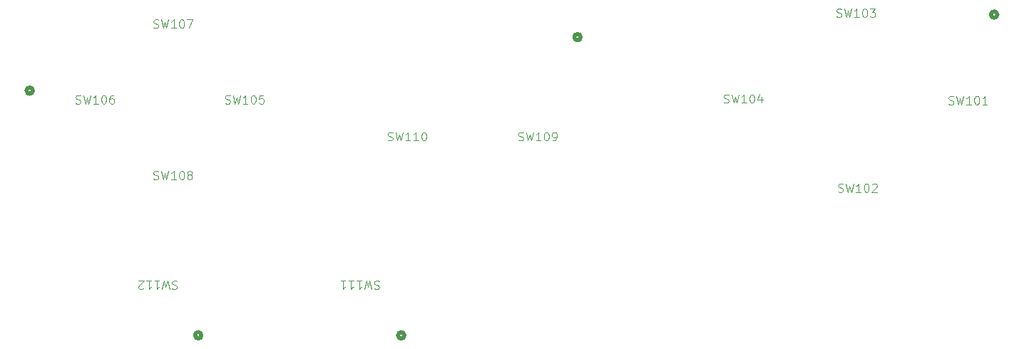
<source format=gto>
G04 #@! TF.GenerationSoftware,KiCad,Pcbnew,8.0.9*
G04 #@! TF.CreationDate,2025-09-24T23:27:37+09:00*
G04 #@! TF.ProjectId,usb_sfc_pad,7573625f-7366-4635-9f70-61642e6b6963,rev?*
G04 #@! TF.SameCoordinates,Original*
G04 #@! TF.FileFunction,Legend,Top*
G04 #@! TF.FilePolarity,Positive*
%FSLAX46Y46*%
G04 Gerber Fmt 4.6, Leading zero omitted, Abs format (unit mm)*
G04 Created by KiCad (PCBNEW 8.0.9) date 2025-09-24 23:27:37*
%MOMM*%
%LPD*%
G01*
G04 APERTURE LIST*
G04 Aperture macros list*
%AMFreePoly0*
4,1,19,0.300000,-2.700000,-3.900000,-2.700000,-3.900000,-2.200000,-0.700000,-2.200000,-0.700000,-1.200000,-3.900000,-1.200000,-3.900000,-0.800000,-0.700000,-0.800000,-0.700000,0.200000,-3.900000,0.200000,-3.900000,0.600000,-0.700000,0.600000,-0.700000,1.600000,-3.900000,1.600000,-3.900000,2.000000,-0.700000,2.000000,-0.700000,2.800000,0.300000,2.800000,0.300000,-2.700000,0.300000,-2.700000,
$1*%
%AMFreePoly1*
4,1,19,3.900000,2.200000,0.700000,2.200000,0.700000,1.200000,3.900000,1.200000,3.900000,0.800000,0.700000,0.800000,0.700000,-0.200000,3.900000,-0.200000,3.900000,-0.600000,0.700000,-0.600000,0.700000,-1.600000,3.900000,-1.600000,3.900000,-2.000000,0.700000,-2.000000,0.700000,-2.800000,-0.300000,-2.800000,-0.300000,2.700000,3.900000,2.700000,3.900000,2.200000,3.900000,2.200000,
$1*%
G04 Aperture macros list end*
%ADD10C,0.100000*%
%ADD11C,0.508000*%
%ADD12FreePoly0,0.000000*%
%ADD13FreePoly1,0.000000*%
%ADD14FreePoly0,180.000000*%
%ADD15FreePoly1,180.000000*%
%ADD16R,1.700000X1.700000*%
%ADD17O,1.700000X1.700000*%
G04 APERTURE END LIST*
D10*
X139514286Y-116059800D02*
X139657143Y-116107419D01*
X139657143Y-116107419D02*
X139895238Y-116107419D01*
X139895238Y-116107419D02*
X139990476Y-116059800D01*
X139990476Y-116059800D02*
X140038095Y-116012180D01*
X140038095Y-116012180D02*
X140085714Y-115916942D01*
X140085714Y-115916942D02*
X140085714Y-115821704D01*
X140085714Y-115821704D02*
X140038095Y-115726466D01*
X140038095Y-115726466D02*
X139990476Y-115678847D01*
X139990476Y-115678847D02*
X139895238Y-115631228D01*
X139895238Y-115631228D02*
X139704762Y-115583609D01*
X139704762Y-115583609D02*
X139609524Y-115535990D01*
X139609524Y-115535990D02*
X139561905Y-115488371D01*
X139561905Y-115488371D02*
X139514286Y-115393133D01*
X139514286Y-115393133D02*
X139514286Y-115297895D01*
X139514286Y-115297895D02*
X139561905Y-115202657D01*
X139561905Y-115202657D02*
X139609524Y-115155038D01*
X139609524Y-115155038D02*
X139704762Y-115107419D01*
X139704762Y-115107419D02*
X139942857Y-115107419D01*
X139942857Y-115107419D02*
X140085714Y-115155038D01*
X140419048Y-115107419D02*
X140657143Y-116107419D01*
X140657143Y-116107419D02*
X140847619Y-115393133D01*
X140847619Y-115393133D02*
X141038095Y-116107419D01*
X141038095Y-116107419D02*
X141276191Y-115107419D01*
X142180952Y-116107419D02*
X141609524Y-116107419D01*
X141895238Y-116107419D02*
X141895238Y-115107419D01*
X141895238Y-115107419D02*
X141800000Y-115250276D01*
X141800000Y-115250276D02*
X141704762Y-115345514D01*
X141704762Y-115345514D02*
X141609524Y-115393133D01*
X143133333Y-116107419D02*
X142561905Y-116107419D01*
X142847619Y-116107419D02*
X142847619Y-115107419D01*
X142847619Y-115107419D02*
X142752381Y-115250276D01*
X142752381Y-115250276D02*
X142657143Y-115345514D01*
X142657143Y-115345514D02*
X142561905Y-115393133D01*
X143752381Y-115107419D02*
X143847619Y-115107419D01*
X143847619Y-115107419D02*
X143942857Y-115155038D01*
X143942857Y-115155038D02*
X143990476Y-115202657D01*
X143990476Y-115202657D02*
X144038095Y-115297895D01*
X144038095Y-115297895D02*
X144085714Y-115488371D01*
X144085714Y-115488371D02*
X144085714Y-115726466D01*
X144085714Y-115726466D02*
X144038095Y-115916942D01*
X144038095Y-115916942D02*
X143990476Y-116012180D01*
X143990476Y-116012180D02*
X143942857Y-116059800D01*
X143942857Y-116059800D02*
X143847619Y-116107419D01*
X143847619Y-116107419D02*
X143752381Y-116107419D01*
X143752381Y-116107419D02*
X143657143Y-116059800D01*
X143657143Y-116059800D02*
X143609524Y-116012180D01*
X143609524Y-116012180D02*
X143561905Y-115916942D01*
X143561905Y-115916942D02*
X143514286Y-115726466D01*
X143514286Y-115726466D02*
X143514286Y-115488371D01*
X143514286Y-115488371D02*
X143561905Y-115297895D01*
X143561905Y-115297895D02*
X143609524Y-115202657D01*
X143609524Y-115202657D02*
X143657143Y-115155038D01*
X143657143Y-115155038D02*
X143752381Y-115107419D01*
X114485713Y-132810840D02*
X114342856Y-132763220D01*
X114342856Y-132763220D02*
X114104761Y-132763220D01*
X114104761Y-132763220D02*
X114009523Y-132810840D01*
X114009523Y-132810840D02*
X113961904Y-132858459D01*
X113961904Y-132858459D02*
X113914285Y-132953697D01*
X113914285Y-132953697D02*
X113914285Y-133048935D01*
X113914285Y-133048935D02*
X113961904Y-133144173D01*
X113961904Y-133144173D02*
X114009523Y-133191792D01*
X114009523Y-133191792D02*
X114104761Y-133239411D01*
X114104761Y-133239411D02*
X114295237Y-133287030D01*
X114295237Y-133287030D02*
X114390475Y-133334649D01*
X114390475Y-133334649D02*
X114438094Y-133382268D01*
X114438094Y-133382268D02*
X114485713Y-133477506D01*
X114485713Y-133477506D02*
X114485713Y-133572744D01*
X114485713Y-133572744D02*
X114438094Y-133667982D01*
X114438094Y-133667982D02*
X114390475Y-133715601D01*
X114390475Y-133715601D02*
X114295237Y-133763220D01*
X114295237Y-133763220D02*
X114057142Y-133763220D01*
X114057142Y-133763220D02*
X113914285Y-133715601D01*
X113580951Y-133763220D02*
X113342856Y-132763220D01*
X113342856Y-132763220D02*
X113152380Y-133477506D01*
X113152380Y-133477506D02*
X112961904Y-132763220D01*
X112961904Y-132763220D02*
X112723809Y-133763220D01*
X111819047Y-132763220D02*
X112390475Y-132763220D01*
X112104761Y-132763220D02*
X112104761Y-133763220D01*
X112104761Y-133763220D02*
X112199999Y-133620363D01*
X112199999Y-133620363D02*
X112295237Y-133525125D01*
X112295237Y-133525125D02*
X112390475Y-133477506D01*
X110866666Y-132763220D02*
X111438094Y-132763220D01*
X111152380Y-132763220D02*
X111152380Y-133763220D01*
X111152380Y-133763220D02*
X111247618Y-133620363D01*
X111247618Y-133620363D02*
X111342856Y-133525125D01*
X111342856Y-133525125D02*
X111438094Y-133477506D01*
X110485713Y-133667982D02*
X110438094Y-133715601D01*
X110438094Y-133715601D02*
X110342856Y-133763220D01*
X110342856Y-133763220D02*
X110104761Y-133763220D01*
X110104761Y-133763220D02*
X110009523Y-133715601D01*
X110009523Y-133715601D02*
X109961904Y-133667982D01*
X109961904Y-133667982D02*
X109914285Y-133572744D01*
X109914285Y-133572744D02*
X109914285Y-133477506D01*
X109914285Y-133477506D02*
X109961904Y-133334649D01*
X109961904Y-133334649D02*
X110533332Y-132763220D01*
X110533332Y-132763220D02*
X109914285Y-132763220D01*
X102464286Y-111659800D02*
X102607143Y-111707419D01*
X102607143Y-111707419D02*
X102845238Y-111707419D01*
X102845238Y-111707419D02*
X102940476Y-111659800D01*
X102940476Y-111659800D02*
X102988095Y-111612180D01*
X102988095Y-111612180D02*
X103035714Y-111516942D01*
X103035714Y-111516942D02*
X103035714Y-111421704D01*
X103035714Y-111421704D02*
X102988095Y-111326466D01*
X102988095Y-111326466D02*
X102940476Y-111278847D01*
X102940476Y-111278847D02*
X102845238Y-111231228D01*
X102845238Y-111231228D02*
X102654762Y-111183609D01*
X102654762Y-111183609D02*
X102559524Y-111135990D01*
X102559524Y-111135990D02*
X102511905Y-111088371D01*
X102511905Y-111088371D02*
X102464286Y-110993133D01*
X102464286Y-110993133D02*
X102464286Y-110897895D01*
X102464286Y-110897895D02*
X102511905Y-110802657D01*
X102511905Y-110802657D02*
X102559524Y-110755038D01*
X102559524Y-110755038D02*
X102654762Y-110707419D01*
X102654762Y-110707419D02*
X102892857Y-110707419D01*
X102892857Y-110707419D02*
X103035714Y-110755038D01*
X103369048Y-110707419D02*
X103607143Y-111707419D01*
X103607143Y-111707419D02*
X103797619Y-110993133D01*
X103797619Y-110993133D02*
X103988095Y-111707419D01*
X103988095Y-111707419D02*
X104226191Y-110707419D01*
X105130952Y-111707419D02*
X104559524Y-111707419D01*
X104845238Y-111707419D02*
X104845238Y-110707419D01*
X104845238Y-110707419D02*
X104750000Y-110850276D01*
X104750000Y-110850276D02*
X104654762Y-110945514D01*
X104654762Y-110945514D02*
X104559524Y-110993133D01*
X105750000Y-110707419D02*
X105845238Y-110707419D01*
X105845238Y-110707419D02*
X105940476Y-110755038D01*
X105940476Y-110755038D02*
X105988095Y-110802657D01*
X105988095Y-110802657D02*
X106035714Y-110897895D01*
X106035714Y-110897895D02*
X106083333Y-111088371D01*
X106083333Y-111088371D02*
X106083333Y-111326466D01*
X106083333Y-111326466D02*
X106035714Y-111516942D01*
X106035714Y-111516942D02*
X105988095Y-111612180D01*
X105988095Y-111612180D02*
X105940476Y-111659800D01*
X105940476Y-111659800D02*
X105845238Y-111707419D01*
X105845238Y-111707419D02*
X105750000Y-111707419D01*
X105750000Y-111707419D02*
X105654762Y-111659800D01*
X105654762Y-111659800D02*
X105607143Y-111612180D01*
X105607143Y-111612180D02*
X105559524Y-111516942D01*
X105559524Y-111516942D02*
X105511905Y-111326466D01*
X105511905Y-111326466D02*
X105511905Y-111088371D01*
X105511905Y-111088371D02*
X105559524Y-110897895D01*
X105559524Y-110897895D02*
X105607143Y-110802657D01*
X105607143Y-110802657D02*
X105654762Y-110755038D01*
X105654762Y-110755038D02*
X105750000Y-110707419D01*
X106940476Y-110707419D02*
X106750000Y-110707419D01*
X106750000Y-110707419D02*
X106654762Y-110755038D01*
X106654762Y-110755038D02*
X106607143Y-110802657D01*
X106607143Y-110802657D02*
X106511905Y-110945514D01*
X106511905Y-110945514D02*
X106464286Y-111135990D01*
X106464286Y-111135990D02*
X106464286Y-111516942D01*
X106464286Y-111516942D02*
X106511905Y-111612180D01*
X106511905Y-111612180D02*
X106559524Y-111659800D01*
X106559524Y-111659800D02*
X106654762Y-111707419D01*
X106654762Y-111707419D02*
X106845238Y-111707419D01*
X106845238Y-111707419D02*
X106940476Y-111659800D01*
X106940476Y-111659800D02*
X106988095Y-111612180D01*
X106988095Y-111612180D02*
X107035714Y-111516942D01*
X107035714Y-111516942D02*
X107035714Y-111278847D01*
X107035714Y-111278847D02*
X106988095Y-111183609D01*
X106988095Y-111183609D02*
X106940476Y-111135990D01*
X106940476Y-111135990D02*
X106845238Y-111088371D01*
X106845238Y-111088371D02*
X106654762Y-111088371D01*
X106654762Y-111088371D02*
X106559524Y-111135990D01*
X106559524Y-111135990D02*
X106511905Y-111183609D01*
X106511905Y-111183609D02*
X106464286Y-111278847D01*
X120214286Y-111659800D02*
X120357143Y-111707419D01*
X120357143Y-111707419D02*
X120595238Y-111707419D01*
X120595238Y-111707419D02*
X120690476Y-111659800D01*
X120690476Y-111659800D02*
X120738095Y-111612180D01*
X120738095Y-111612180D02*
X120785714Y-111516942D01*
X120785714Y-111516942D02*
X120785714Y-111421704D01*
X120785714Y-111421704D02*
X120738095Y-111326466D01*
X120738095Y-111326466D02*
X120690476Y-111278847D01*
X120690476Y-111278847D02*
X120595238Y-111231228D01*
X120595238Y-111231228D02*
X120404762Y-111183609D01*
X120404762Y-111183609D02*
X120309524Y-111135990D01*
X120309524Y-111135990D02*
X120261905Y-111088371D01*
X120261905Y-111088371D02*
X120214286Y-110993133D01*
X120214286Y-110993133D02*
X120214286Y-110897895D01*
X120214286Y-110897895D02*
X120261905Y-110802657D01*
X120261905Y-110802657D02*
X120309524Y-110755038D01*
X120309524Y-110755038D02*
X120404762Y-110707419D01*
X120404762Y-110707419D02*
X120642857Y-110707419D01*
X120642857Y-110707419D02*
X120785714Y-110755038D01*
X121119048Y-110707419D02*
X121357143Y-111707419D01*
X121357143Y-111707419D02*
X121547619Y-110993133D01*
X121547619Y-110993133D02*
X121738095Y-111707419D01*
X121738095Y-111707419D02*
X121976191Y-110707419D01*
X122880952Y-111707419D02*
X122309524Y-111707419D01*
X122595238Y-111707419D02*
X122595238Y-110707419D01*
X122595238Y-110707419D02*
X122500000Y-110850276D01*
X122500000Y-110850276D02*
X122404762Y-110945514D01*
X122404762Y-110945514D02*
X122309524Y-110993133D01*
X123500000Y-110707419D02*
X123595238Y-110707419D01*
X123595238Y-110707419D02*
X123690476Y-110755038D01*
X123690476Y-110755038D02*
X123738095Y-110802657D01*
X123738095Y-110802657D02*
X123785714Y-110897895D01*
X123785714Y-110897895D02*
X123833333Y-111088371D01*
X123833333Y-111088371D02*
X123833333Y-111326466D01*
X123833333Y-111326466D02*
X123785714Y-111516942D01*
X123785714Y-111516942D02*
X123738095Y-111612180D01*
X123738095Y-111612180D02*
X123690476Y-111659800D01*
X123690476Y-111659800D02*
X123595238Y-111707419D01*
X123595238Y-111707419D02*
X123500000Y-111707419D01*
X123500000Y-111707419D02*
X123404762Y-111659800D01*
X123404762Y-111659800D02*
X123357143Y-111612180D01*
X123357143Y-111612180D02*
X123309524Y-111516942D01*
X123309524Y-111516942D02*
X123261905Y-111326466D01*
X123261905Y-111326466D02*
X123261905Y-111088371D01*
X123261905Y-111088371D02*
X123309524Y-110897895D01*
X123309524Y-110897895D02*
X123357143Y-110802657D01*
X123357143Y-110802657D02*
X123404762Y-110755038D01*
X123404762Y-110755038D02*
X123500000Y-110707419D01*
X124738095Y-110707419D02*
X124261905Y-110707419D01*
X124261905Y-110707419D02*
X124214286Y-111183609D01*
X124214286Y-111183609D02*
X124261905Y-111135990D01*
X124261905Y-111135990D02*
X124357143Y-111088371D01*
X124357143Y-111088371D02*
X124595238Y-111088371D01*
X124595238Y-111088371D02*
X124690476Y-111135990D01*
X124690476Y-111135990D02*
X124738095Y-111183609D01*
X124738095Y-111183609D02*
X124785714Y-111278847D01*
X124785714Y-111278847D02*
X124785714Y-111516942D01*
X124785714Y-111516942D02*
X124738095Y-111612180D01*
X124738095Y-111612180D02*
X124690476Y-111659800D01*
X124690476Y-111659800D02*
X124595238Y-111707419D01*
X124595238Y-111707419D02*
X124357143Y-111707419D01*
X124357143Y-111707419D02*
X124261905Y-111659800D01*
X124261905Y-111659800D02*
X124214286Y-111612180D01*
X193014286Y-122159800D02*
X193157143Y-122207419D01*
X193157143Y-122207419D02*
X193395238Y-122207419D01*
X193395238Y-122207419D02*
X193490476Y-122159800D01*
X193490476Y-122159800D02*
X193538095Y-122112180D01*
X193538095Y-122112180D02*
X193585714Y-122016942D01*
X193585714Y-122016942D02*
X193585714Y-121921704D01*
X193585714Y-121921704D02*
X193538095Y-121826466D01*
X193538095Y-121826466D02*
X193490476Y-121778847D01*
X193490476Y-121778847D02*
X193395238Y-121731228D01*
X193395238Y-121731228D02*
X193204762Y-121683609D01*
X193204762Y-121683609D02*
X193109524Y-121635990D01*
X193109524Y-121635990D02*
X193061905Y-121588371D01*
X193061905Y-121588371D02*
X193014286Y-121493133D01*
X193014286Y-121493133D02*
X193014286Y-121397895D01*
X193014286Y-121397895D02*
X193061905Y-121302657D01*
X193061905Y-121302657D02*
X193109524Y-121255038D01*
X193109524Y-121255038D02*
X193204762Y-121207419D01*
X193204762Y-121207419D02*
X193442857Y-121207419D01*
X193442857Y-121207419D02*
X193585714Y-121255038D01*
X193919048Y-121207419D02*
X194157143Y-122207419D01*
X194157143Y-122207419D02*
X194347619Y-121493133D01*
X194347619Y-121493133D02*
X194538095Y-122207419D01*
X194538095Y-122207419D02*
X194776191Y-121207419D01*
X195680952Y-122207419D02*
X195109524Y-122207419D01*
X195395238Y-122207419D02*
X195395238Y-121207419D01*
X195395238Y-121207419D02*
X195300000Y-121350276D01*
X195300000Y-121350276D02*
X195204762Y-121445514D01*
X195204762Y-121445514D02*
X195109524Y-121493133D01*
X196300000Y-121207419D02*
X196395238Y-121207419D01*
X196395238Y-121207419D02*
X196490476Y-121255038D01*
X196490476Y-121255038D02*
X196538095Y-121302657D01*
X196538095Y-121302657D02*
X196585714Y-121397895D01*
X196585714Y-121397895D02*
X196633333Y-121588371D01*
X196633333Y-121588371D02*
X196633333Y-121826466D01*
X196633333Y-121826466D02*
X196585714Y-122016942D01*
X196585714Y-122016942D02*
X196538095Y-122112180D01*
X196538095Y-122112180D02*
X196490476Y-122159800D01*
X196490476Y-122159800D02*
X196395238Y-122207419D01*
X196395238Y-122207419D02*
X196300000Y-122207419D01*
X196300000Y-122207419D02*
X196204762Y-122159800D01*
X196204762Y-122159800D02*
X196157143Y-122112180D01*
X196157143Y-122112180D02*
X196109524Y-122016942D01*
X196109524Y-122016942D02*
X196061905Y-121826466D01*
X196061905Y-121826466D02*
X196061905Y-121588371D01*
X196061905Y-121588371D02*
X196109524Y-121397895D01*
X196109524Y-121397895D02*
X196157143Y-121302657D01*
X196157143Y-121302657D02*
X196204762Y-121255038D01*
X196204762Y-121255038D02*
X196300000Y-121207419D01*
X197014286Y-121302657D02*
X197061905Y-121255038D01*
X197061905Y-121255038D02*
X197157143Y-121207419D01*
X197157143Y-121207419D02*
X197395238Y-121207419D01*
X197395238Y-121207419D02*
X197490476Y-121255038D01*
X197490476Y-121255038D02*
X197538095Y-121302657D01*
X197538095Y-121302657D02*
X197585714Y-121397895D01*
X197585714Y-121397895D02*
X197585714Y-121493133D01*
X197585714Y-121493133D02*
X197538095Y-121635990D01*
X197538095Y-121635990D02*
X196966667Y-122207419D01*
X196966667Y-122207419D02*
X197585714Y-122207419D01*
X111714286Y-120659800D02*
X111857143Y-120707419D01*
X111857143Y-120707419D02*
X112095238Y-120707419D01*
X112095238Y-120707419D02*
X112190476Y-120659800D01*
X112190476Y-120659800D02*
X112238095Y-120612180D01*
X112238095Y-120612180D02*
X112285714Y-120516942D01*
X112285714Y-120516942D02*
X112285714Y-120421704D01*
X112285714Y-120421704D02*
X112238095Y-120326466D01*
X112238095Y-120326466D02*
X112190476Y-120278847D01*
X112190476Y-120278847D02*
X112095238Y-120231228D01*
X112095238Y-120231228D02*
X111904762Y-120183609D01*
X111904762Y-120183609D02*
X111809524Y-120135990D01*
X111809524Y-120135990D02*
X111761905Y-120088371D01*
X111761905Y-120088371D02*
X111714286Y-119993133D01*
X111714286Y-119993133D02*
X111714286Y-119897895D01*
X111714286Y-119897895D02*
X111761905Y-119802657D01*
X111761905Y-119802657D02*
X111809524Y-119755038D01*
X111809524Y-119755038D02*
X111904762Y-119707419D01*
X111904762Y-119707419D02*
X112142857Y-119707419D01*
X112142857Y-119707419D02*
X112285714Y-119755038D01*
X112619048Y-119707419D02*
X112857143Y-120707419D01*
X112857143Y-120707419D02*
X113047619Y-119993133D01*
X113047619Y-119993133D02*
X113238095Y-120707419D01*
X113238095Y-120707419D02*
X113476191Y-119707419D01*
X114380952Y-120707419D02*
X113809524Y-120707419D01*
X114095238Y-120707419D02*
X114095238Y-119707419D01*
X114095238Y-119707419D02*
X114000000Y-119850276D01*
X114000000Y-119850276D02*
X113904762Y-119945514D01*
X113904762Y-119945514D02*
X113809524Y-119993133D01*
X115000000Y-119707419D02*
X115095238Y-119707419D01*
X115095238Y-119707419D02*
X115190476Y-119755038D01*
X115190476Y-119755038D02*
X115238095Y-119802657D01*
X115238095Y-119802657D02*
X115285714Y-119897895D01*
X115285714Y-119897895D02*
X115333333Y-120088371D01*
X115333333Y-120088371D02*
X115333333Y-120326466D01*
X115333333Y-120326466D02*
X115285714Y-120516942D01*
X115285714Y-120516942D02*
X115238095Y-120612180D01*
X115238095Y-120612180D02*
X115190476Y-120659800D01*
X115190476Y-120659800D02*
X115095238Y-120707419D01*
X115095238Y-120707419D02*
X115000000Y-120707419D01*
X115000000Y-120707419D02*
X114904762Y-120659800D01*
X114904762Y-120659800D02*
X114857143Y-120612180D01*
X114857143Y-120612180D02*
X114809524Y-120516942D01*
X114809524Y-120516942D02*
X114761905Y-120326466D01*
X114761905Y-120326466D02*
X114761905Y-120088371D01*
X114761905Y-120088371D02*
X114809524Y-119897895D01*
X114809524Y-119897895D02*
X114857143Y-119802657D01*
X114857143Y-119802657D02*
X114904762Y-119755038D01*
X114904762Y-119755038D02*
X115000000Y-119707419D01*
X115904762Y-120135990D02*
X115809524Y-120088371D01*
X115809524Y-120088371D02*
X115761905Y-120040752D01*
X115761905Y-120040752D02*
X115714286Y-119945514D01*
X115714286Y-119945514D02*
X115714286Y-119897895D01*
X115714286Y-119897895D02*
X115761905Y-119802657D01*
X115761905Y-119802657D02*
X115809524Y-119755038D01*
X115809524Y-119755038D02*
X115904762Y-119707419D01*
X115904762Y-119707419D02*
X116095238Y-119707419D01*
X116095238Y-119707419D02*
X116190476Y-119755038D01*
X116190476Y-119755038D02*
X116238095Y-119802657D01*
X116238095Y-119802657D02*
X116285714Y-119897895D01*
X116285714Y-119897895D02*
X116285714Y-119945514D01*
X116285714Y-119945514D02*
X116238095Y-120040752D01*
X116238095Y-120040752D02*
X116190476Y-120088371D01*
X116190476Y-120088371D02*
X116095238Y-120135990D01*
X116095238Y-120135990D02*
X115904762Y-120135990D01*
X115904762Y-120135990D02*
X115809524Y-120183609D01*
X115809524Y-120183609D02*
X115761905Y-120231228D01*
X115761905Y-120231228D02*
X115714286Y-120326466D01*
X115714286Y-120326466D02*
X115714286Y-120516942D01*
X115714286Y-120516942D02*
X115761905Y-120612180D01*
X115761905Y-120612180D02*
X115809524Y-120659800D01*
X115809524Y-120659800D02*
X115904762Y-120707419D01*
X115904762Y-120707419D02*
X116095238Y-120707419D01*
X116095238Y-120707419D02*
X116190476Y-120659800D01*
X116190476Y-120659800D02*
X116238095Y-120612180D01*
X116238095Y-120612180D02*
X116285714Y-120516942D01*
X116285714Y-120516942D02*
X116285714Y-120326466D01*
X116285714Y-120326466D02*
X116238095Y-120231228D01*
X116238095Y-120231228D02*
X116190476Y-120183609D01*
X116190476Y-120183609D02*
X116095238Y-120135990D01*
X111714286Y-102659800D02*
X111857143Y-102707419D01*
X111857143Y-102707419D02*
X112095238Y-102707419D01*
X112095238Y-102707419D02*
X112190476Y-102659800D01*
X112190476Y-102659800D02*
X112238095Y-102612180D01*
X112238095Y-102612180D02*
X112285714Y-102516942D01*
X112285714Y-102516942D02*
X112285714Y-102421704D01*
X112285714Y-102421704D02*
X112238095Y-102326466D01*
X112238095Y-102326466D02*
X112190476Y-102278847D01*
X112190476Y-102278847D02*
X112095238Y-102231228D01*
X112095238Y-102231228D02*
X111904762Y-102183609D01*
X111904762Y-102183609D02*
X111809524Y-102135990D01*
X111809524Y-102135990D02*
X111761905Y-102088371D01*
X111761905Y-102088371D02*
X111714286Y-101993133D01*
X111714286Y-101993133D02*
X111714286Y-101897895D01*
X111714286Y-101897895D02*
X111761905Y-101802657D01*
X111761905Y-101802657D02*
X111809524Y-101755038D01*
X111809524Y-101755038D02*
X111904762Y-101707419D01*
X111904762Y-101707419D02*
X112142857Y-101707419D01*
X112142857Y-101707419D02*
X112285714Y-101755038D01*
X112619048Y-101707419D02*
X112857143Y-102707419D01*
X112857143Y-102707419D02*
X113047619Y-101993133D01*
X113047619Y-101993133D02*
X113238095Y-102707419D01*
X113238095Y-102707419D02*
X113476191Y-101707419D01*
X114380952Y-102707419D02*
X113809524Y-102707419D01*
X114095238Y-102707419D02*
X114095238Y-101707419D01*
X114095238Y-101707419D02*
X114000000Y-101850276D01*
X114000000Y-101850276D02*
X113904762Y-101945514D01*
X113904762Y-101945514D02*
X113809524Y-101993133D01*
X115000000Y-101707419D02*
X115095238Y-101707419D01*
X115095238Y-101707419D02*
X115190476Y-101755038D01*
X115190476Y-101755038D02*
X115238095Y-101802657D01*
X115238095Y-101802657D02*
X115285714Y-101897895D01*
X115285714Y-101897895D02*
X115333333Y-102088371D01*
X115333333Y-102088371D02*
X115333333Y-102326466D01*
X115333333Y-102326466D02*
X115285714Y-102516942D01*
X115285714Y-102516942D02*
X115238095Y-102612180D01*
X115238095Y-102612180D02*
X115190476Y-102659800D01*
X115190476Y-102659800D02*
X115095238Y-102707419D01*
X115095238Y-102707419D02*
X115000000Y-102707419D01*
X115000000Y-102707419D02*
X114904762Y-102659800D01*
X114904762Y-102659800D02*
X114857143Y-102612180D01*
X114857143Y-102612180D02*
X114809524Y-102516942D01*
X114809524Y-102516942D02*
X114761905Y-102326466D01*
X114761905Y-102326466D02*
X114761905Y-102088371D01*
X114761905Y-102088371D02*
X114809524Y-101897895D01*
X114809524Y-101897895D02*
X114857143Y-101802657D01*
X114857143Y-101802657D02*
X114904762Y-101755038D01*
X114904762Y-101755038D02*
X115000000Y-101707419D01*
X115666667Y-101707419D02*
X116333333Y-101707419D01*
X116333333Y-101707419D02*
X115904762Y-102707419D01*
X138485713Y-132810840D02*
X138342856Y-132763220D01*
X138342856Y-132763220D02*
X138104761Y-132763220D01*
X138104761Y-132763220D02*
X138009523Y-132810840D01*
X138009523Y-132810840D02*
X137961904Y-132858459D01*
X137961904Y-132858459D02*
X137914285Y-132953697D01*
X137914285Y-132953697D02*
X137914285Y-133048935D01*
X137914285Y-133048935D02*
X137961904Y-133144173D01*
X137961904Y-133144173D02*
X138009523Y-133191792D01*
X138009523Y-133191792D02*
X138104761Y-133239411D01*
X138104761Y-133239411D02*
X138295237Y-133287030D01*
X138295237Y-133287030D02*
X138390475Y-133334649D01*
X138390475Y-133334649D02*
X138438094Y-133382268D01*
X138438094Y-133382268D02*
X138485713Y-133477506D01*
X138485713Y-133477506D02*
X138485713Y-133572744D01*
X138485713Y-133572744D02*
X138438094Y-133667982D01*
X138438094Y-133667982D02*
X138390475Y-133715601D01*
X138390475Y-133715601D02*
X138295237Y-133763220D01*
X138295237Y-133763220D02*
X138057142Y-133763220D01*
X138057142Y-133763220D02*
X137914285Y-133715601D01*
X137580951Y-133763220D02*
X137342856Y-132763220D01*
X137342856Y-132763220D02*
X137152380Y-133477506D01*
X137152380Y-133477506D02*
X136961904Y-132763220D01*
X136961904Y-132763220D02*
X136723809Y-133763220D01*
X135819047Y-132763220D02*
X136390475Y-132763220D01*
X136104761Y-132763220D02*
X136104761Y-133763220D01*
X136104761Y-133763220D02*
X136199999Y-133620363D01*
X136199999Y-133620363D02*
X136295237Y-133525125D01*
X136295237Y-133525125D02*
X136390475Y-133477506D01*
X134866666Y-132763220D02*
X135438094Y-132763220D01*
X135152380Y-132763220D02*
X135152380Y-133763220D01*
X135152380Y-133763220D02*
X135247618Y-133620363D01*
X135247618Y-133620363D02*
X135342856Y-133525125D01*
X135342856Y-133525125D02*
X135438094Y-133477506D01*
X133914285Y-132763220D02*
X134485713Y-132763220D01*
X134199999Y-132763220D02*
X134199999Y-133763220D01*
X134199999Y-133763220D02*
X134295237Y-133620363D01*
X134295237Y-133620363D02*
X134390475Y-133525125D01*
X134390475Y-133525125D02*
X134485713Y-133477506D01*
X179414286Y-111559800D02*
X179557143Y-111607419D01*
X179557143Y-111607419D02*
X179795238Y-111607419D01*
X179795238Y-111607419D02*
X179890476Y-111559800D01*
X179890476Y-111559800D02*
X179938095Y-111512180D01*
X179938095Y-111512180D02*
X179985714Y-111416942D01*
X179985714Y-111416942D02*
X179985714Y-111321704D01*
X179985714Y-111321704D02*
X179938095Y-111226466D01*
X179938095Y-111226466D02*
X179890476Y-111178847D01*
X179890476Y-111178847D02*
X179795238Y-111131228D01*
X179795238Y-111131228D02*
X179604762Y-111083609D01*
X179604762Y-111083609D02*
X179509524Y-111035990D01*
X179509524Y-111035990D02*
X179461905Y-110988371D01*
X179461905Y-110988371D02*
X179414286Y-110893133D01*
X179414286Y-110893133D02*
X179414286Y-110797895D01*
X179414286Y-110797895D02*
X179461905Y-110702657D01*
X179461905Y-110702657D02*
X179509524Y-110655038D01*
X179509524Y-110655038D02*
X179604762Y-110607419D01*
X179604762Y-110607419D02*
X179842857Y-110607419D01*
X179842857Y-110607419D02*
X179985714Y-110655038D01*
X180319048Y-110607419D02*
X180557143Y-111607419D01*
X180557143Y-111607419D02*
X180747619Y-110893133D01*
X180747619Y-110893133D02*
X180938095Y-111607419D01*
X180938095Y-111607419D02*
X181176191Y-110607419D01*
X182080952Y-111607419D02*
X181509524Y-111607419D01*
X181795238Y-111607419D02*
X181795238Y-110607419D01*
X181795238Y-110607419D02*
X181700000Y-110750276D01*
X181700000Y-110750276D02*
X181604762Y-110845514D01*
X181604762Y-110845514D02*
X181509524Y-110893133D01*
X182700000Y-110607419D02*
X182795238Y-110607419D01*
X182795238Y-110607419D02*
X182890476Y-110655038D01*
X182890476Y-110655038D02*
X182938095Y-110702657D01*
X182938095Y-110702657D02*
X182985714Y-110797895D01*
X182985714Y-110797895D02*
X183033333Y-110988371D01*
X183033333Y-110988371D02*
X183033333Y-111226466D01*
X183033333Y-111226466D02*
X182985714Y-111416942D01*
X182985714Y-111416942D02*
X182938095Y-111512180D01*
X182938095Y-111512180D02*
X182890476Y-111559800D01*
X182890476Y-111559800D02*
X182795238Y-111607419D01*
X182795238Y-111607419D02*
X182700000Y-111607419D01*
X182700000Y-111607419D02*
X182604762Y-111559800D01*
X182604762Y-111559800D02*
X182557143Y-111512180D01*
X182557143Y-111512180D02*
X182509524Y-111416942D01*
X182509524Y-111416942D02*
X182461905Y-111226466D01*
X182461905Y-111226466D02*
X182461905Y-110988371D01*
X182461905Y-110988371D02*
X182509524Y-110797895D01*
X182509524Y-110797895D02*
X182557143Y-110702657D01*
X182557143Y-110702657D02*
X182604762Y-110655038D01*
X182604762Y-110655038D02*
X182700000Y-110607419D01*
X183890476Y-110940752D02*
X183890476Y-111607419D01*
X183652381Y-110559800D02*
X183414286Y-111274085D01*
X183414286Y-111274085D02*
X184033333Y-111274085D01*
X206114286Y-111759800D02*
X206257143Y-111807419D01*
X206257143Y-111807419D02*
X206495238Y-111807419D01*
X206495238Y-111807419D02*
X206590476Y-111759800D01*
X206590476Y-111759800D02*
X206638095Y-111712180D01*
X206638095Y-111712180D02*
X206685714Y-111616942D01*
X206685714Y-111616942D02*
X206685714Y-111521704D01*
X206685714Y-111521704D02*
X206638095Y-111426466D01*
X206638095Y-111426466D02*
X206590476Y-111378847D01*
X206590476Y-111378847D02*
X206495238Y-111331228D01*
X206495238Y-111331228D02*
X206304762Y-111283609D01*
X206304762Y-111283609D02*
X206209524Y-111235990D01*
X206209524Y-111235990D02*
X206161905Y-111188371D01*
X206161905Y-111188371D02*
X206114286Y-111093133D01*
X206114286Y-111093133D02*
X206114286Y-110997895D01*
X206114286Y-110997895D02*
X206161905Y-110902657D01*
X206161905Y-110902657D02*
X206209524Y-110855038D01*
X206209524Y-110855038D02*
X206304762Y-110807419D01*
X206304762Y-110807419D02*
X206542857Y-110807419D01*
X206542857Y-110807419D02*
X206685714Y-110855038D01*
X207019048Y-110807419D02*
X207257143Y-111807419D01*
X207257143Y-111807419D02*
X207447619Y-111093133D01*
X207447619Y-111093133D02*
X207638095Y-111807419D01*
X207638095Y-111807419D02*
X207876191Y-110807419D01*
X208780952Y-111807419D02*
X208209524Y-111807419D01*
X208495238Y-111807419D02*
X208495238Y-110807419D01*
X208495238Y-110807419D02*
X208400000Y-110950276D01*
X208400000Y-110950276D02*
X208304762Y-111045514D01*
X208304762Y-111045514D02*
X208209524Y-111093133D01*
X209400000Y-110807419D02*
X209495238Y-110807419D01*
X209495238Y-110807419D02*
X209590476Y-110855038D01*
X209590476Y-110855038D02*
X209638095Y-110902657D01*
X209638095Y-110902657D02*
X209685714Y-110997895D01*
X209685714Y-110997895D02*
X209733333Y-111188371D01*
X209733333Y-111188371D02*
X209733333Y-111426466D01*
X209733333Y-111426466D02*
X209685714Y-111616942D01*
X209685714Y-111616942D02*
X209638095Y-111712180D01*
X209638095Y-111712180D02*
X209590476Y-111759800D01*
X209590476Y-111759800D02*
X209495238Y-111807419D01*
X209495238Y-111807419D02*
X209400000Y-111807419D01*
X209400000Y-111807419D02*
X209304762Y-111759800D01*
X209304762Y-111759800D02*
X209257143Y-111712180D01*
X209257143Y-111712180D02*
X209209524Y-111616942D01*
X209209524Y-111616942D02*
X209161905Y-111426466D01*
X209161905Y-111426466D02*
X209161905Y-111188371D01*
X209161905Y-111188371D02*
X209209524Y-110997895D01*
X209209524Y-110997895D02*
X209257143Y-110902657D01*
X209257143Y-110902657D02*
X209304762Y-110855038D01*
X209304762Y-110855038D02*
X209400000Y-110807419D01*
X210685714Y-111807419D02*
X210114286Y-111807419D01*
X210400000Y-111807419D02*
X210400000Y-110807419D01*
X210400000Y-110807419D02*
X210304762Y-110950276D01*
X210304762Y-110950276D02*
X210209524Y-111045514D01*
X210209524Y-111045514D02*
X210114286Y-111093133D01*
X155014286Y-116059800D02*
X155157143Y-116107419D01*
X155157143Y-116107419D02*
X155395238Y-116107419D01*
X155395238Y-116107419D02*
X155490476Y-116059800D01*
X155490476Y-116059800D02*
X155538095Y-116012180D01*
X155538095Y-116012180D02*
X155585714Y-115916942D01*
X155585714Y-115916942D02*
X155585714Y-115821704D01*
X155585714Y-115821704D02*
X155538095Y-115726466D01*
X155538095Y-115726466D02*
X155490476Y-115678847D01*
X155490476Y-115678847D02*
X155395238Y-115631228D01*
X155395238Y-115631228D02*
X155204762Y-115583609D01*
X155204762Y-115583609D02*
X155109524Y-115535990D01*
X155109524Y-115535990D02*
X155061905Y-115488371D01*
X155061905Y-115488371D02*
X155014286Y-115393133D01*
X155014286Y-115393133D02*
X155014286Y-115297895D01*
X155014286Y-115297895D02*
X155061905Y-115202657D01*
X155061905Y-115202657D02*
X155109524Y-115155038D01*
X155109524Y-115155038D02*
X155204762Y-115107419D01*
X155204762Y-115107419D02*
X155442857Y-115107419D01*
X155442857Y-115107419D02*
X155585714Y-115155038D01*
X155919048Y-115107419D02*
X156157143Y-116107419D01*
X156157143Y-116107419D02*
X156347619Y-115393133D01*
X156347619Y-115393133D02*
X156538095Y-116107419D01*
X156538095Y-116107419D02*
X156776191Y-115107419D01*
X157680952Y-116107419D02*
X157109524Y-116107419D01*
X157395238Y-116107419D02*
X157395238Y-115107419D01*
X157395238Y-115107419D02*
X157300000Y-115250276D01*
X157300000Y-115250276D02*
X157204762Y-115345514D01*
X157204762Y-115345514D02*
X157109524Y-115393133D01*
X158300000Y-115107419D02*
X158395238Y-115107419D01*
X158395238Y-115107419D02*
X158490476Y-115155038D01*
X158490476Y-115155038D02*
X158538095Y-115202657D01*
X158538095Y-115202657D02*
X158585714Y-115297895D01*
X158585714Y-115297895D02*
X158633333Y-115488371D01*
X158633333Y-115488371D02*
X158633333Y-115726466D01*
X158633333Y-115726466D02*
X158585714Y-115916942D01*
X158585714Y-115916942D02*
X158538095Y-116012180D01*
X158538095Y-116012180D02*
X158490476Y-116059800D01*
X158490476Y-116059800D02*
X158395238Y-116107419D01*
X158395238Y-116107419D02*
X158300000Y-116107419D01*
X158300000Y-116107419D02*
X158204762Y-116059800D01*
X158204762Y-116059800D02*
X158157143Y-116012180D01*
X158157143Y-116012180D02*
X158109524Y-115916942D01*
X158109524Y-115916942D02*
X158061905Y-115726466D01*
X158061905Y-115726466D02*
X158061905Y-115488371D01*
X158061905Y-115488371D02*
X158109524Y-115297895D01*
X158109524Y-115297895D02*
X158157143Y-115202657D01*
X158157143Y-115202657D02*
X158204762Y-115155038D01*
X158204762Y-115155038D02*
X158300000Y-115107419D01*
X159109524Y-116107419D02*
X159300000Y-116107419D01*
X159300000Y-116107419D02*
X159395238Y-116059800D01*
X159395238Y-116059800D02*
X159442857Y-116012180D01*
X159442857Y-116012180D02*
X159538095Y-115869323D01*
X159538095Y-115869323D02*
X159585714Y-115678847D01*
X159585714Y-115678847D02*
X159585714Y-115297895D01*
X159585714Y-115297895D02*
X159538095Y-115202657D01*
X159538095Y-115202657D02*
X159490476Y-115155038D01*
X159490476Y-115155038D02*
X159395238Y-115107419D01*
X159395238Y-115107419D02*
X159204762Y-115107419D01*
X159204762Y-115107419D02*
X159109524Y-115155038D01*
X159109524Y-115155038D02*
X159061905Y-115202657D01*
X159061905Y-115202657D02*
X159014286Y-115297895D01*
X159014286Y-115297895D02*
X159014286Y-115535990D01*
X159014286Y-115535990D02*
X159061905Y-115631228D01*
X159061905Y-115631228D02*
X159109524Y-115678847D01*
X159109524Y-115678847D02*
X159204762Y-115726466D01*
X159204762Y-115726466D02*
X159395238Y-115726466D01*
X159395238Y-115726466D02*
X159490476Y-115678847D01*
X159490476Y-115678847D02*
X159538095Y-115631228D01*
X159538095Y-115631228D02*
X159585714Y-115535990D01*
X192814286Y-101359800D02*
X192957143Y-101407419D01*
X192957143Y-101407419D02*
X193195238Y-101407419D01*
X193195238Y-101407419D02*
X193290476Y-101359800D01*
X193290476Y-101359800D02*
X193338095Y-101312180D01*
X193338095Y-101312180D02*
X193385714Y-101216942D01*
X193385714Y-101216942D02*
X193385714Y-101121704D01*
X193385714Y-101121704D02*
X193338095Y-101026466D01*
X193338095Y-101026466D02*
X193290476Y-100978847D01*
X193290476Y-100978847D02*
X193195238Y-100931228D01*
X193195238Y-100931228D02*
X193004762Y-100883609D01*
X193004762Y-100883609D02*
X192909524Y-100835990D01*
X192909524Y-100835990D02*
X192861905Y-100788371D01*
X192861905Y-100788371D02*
X192814286Y-100693133D01*
X192814286Y-100693133D02*
X192814286Y-100597895D01*
X192814286Y-100597895D02*
X192861905Y-100502657D01*
X192861905Y-100502657D02*
X192909524Y-100455038D01*
X192909524Y-100455038D02*
X193004762Y-100407419D01*
X193004762Y-100407419D02*
X193242857Y-100407419D01*
X193242857Y-100407419D02*
X193385714Y-100455038D01*
X193719048Y-100407419D02*
X193957143Y-101407419D01*
X193957143Y-101407419D02*
X194147619Y-100693133D01*
X194147619Y-100693133D02*
X194338095Y-101407419D01*
X194338095Y-101407419D02*
X194576191Y-100407419D01*
X195480952Y-101407419D02*
X194909524Y-101407419D01*
X195195238Y-101407419D02*
X195195238Y-100407419D01*
X195195238Y-100407419D02*
X195100000Y-100550276D01*
X195100000Y-100550276D02*
X195004762Y-100645514D01*
X195004762Y-100645514D02*
X194909524Y-100693133D01*
X196100000Y-100407419D02*
X196195238Y-100407419D01*
X196195238Y-100407419D02*
X196290476Y-100455038D01*
X196290476Y-100455038D02*
X196338095Y-100502657D01*
X196338095Y-100502657D02*
X196385714Y-100597895D01*
X196385714Y-100597895D02*
X196433333Y-100788371D01*
X196433333Y-100788371D02*
X196433333Y-101026466D01*
X196433333Y-101026466D02*
X196385714Y-101216942D01*
X196385714Y-101216942D02*
X196338095Y-101312180D01*
X196338095Y-101312180D02*
X196290476Y-101359800D01*
X196290476Y-101359800D02*
X196195238Y-101407419D01*
X196195238Y-101407419D02*
X196100000Y-101407419D01*
X196100000Y-101407419D02*
X196004762Y-101359800D01*
X196004762Y-101359800D02*
X195957143Y-101312180D01*
X195957143Y-101312180D02*
X195909524Y-101216942D01*
X195909524Y-101216942D02*
X195861905Y-101026466D01*
X195861905Y-101026466D02*
X195861905Y-100788371D01*
X195861905Y-100788371D02*
X195909524Y-100597895D01*
X195909524Y-100597895D02*
X195957143Y-100502657D01*
X195957143Y-100502657D02*
X196004762Y-100455038D01*
X196004762Y-100455038D02*
X196100000Y-100407419D01*
X196766667Y-100407419D02*
X197385714Y-100407419D01*
X197385714Y-100407419D02*
X197052381Y-100788371D01*
X197052381Y-100788371D02*
X197195238Y-100788371D01*
X197195238Y-100788371D02*
X197290476Y-100835990D01*
X197290476Y-100835990D02*
X197338095Y-100883609D01*
X197338095Y-100883609D02*
X197385714Y-100978847D01*
X197385714Y-100978847D02*
X197385714Y-101216942D01*
X197385714Y-101216942D02*
X197338095Y-101312180D01*
X197338095Y-101312180D02*
X197290476Y-101359800D01*
X197290476Y-101359800D02*
X197195238Y-101407419D01*
X197195238Y-101407419D02*
X196909524Y-101407419D01*
X196909524Y-101407419D02*
X196814286Y-101359800D01*
X196814286Y-101359800D02*
X196766667Y-101312180D01*
D11*
X117390700Y-139250000D02*
G75*
G02*
X116628700Y-139250000I-381000J0D01*
G01*
X116628700Y-139250000D02*
G75*
G02*
X117390700Y-139250000I381000J0D01*
G01*
X141490700Y-139250000D02*
G75*
G02*
X140728700Y-139250000I-381000J0D01*
G01*
X140728700Y-139250000D02*
G75*
G02*
X141490700Y-139250000I381000J0D01*
G01*
X97381000Y-110159700D02*
G75*
G02*
X96619000Y-110159700I-381000J0D01*
G01*
X96619000Y-110159700D02*
G75*
G02*
X97381000Y-110159700I381000J0D01*
G01*
X211885200Y-101115300D02*
G75*
G02*
X211123200Y-101115300I-381000J0D01*
G01*
X211123200Y-101115300D02*
G75*
G02*
X211885200Y-101115300I381000J0D01*
G01*
X162419900Y-103800000D02*
G75*
G02*
X161657900Y-103800000I-381000J0D01*
G01*
X161657900Y-103800000D02*
G75*
G02*
X162419900Y-103800000I381000J0D01*
G01*
%LPC*%
D12*
X144050000Y-111950000D03*
D13*
X139150000Y-111850000D03*
D14*
X109950000Y-136920640D03*
D15*
X114850000Y-137020640D03*
D12*
X107000000Y-107550000D03*
D13*
X102100000Y-107450000D03*
D12*
X124750000Y-107550000D03*
D13*
X119850000Y-107450000D03*
D12*
X197550000Y-118050000D03*
D13*
X192650000Y-117950000D03*
D12*
X116250000Y-116550000D03*
D13*
X111350000Y-116450000D03*
D12*
X116250000Y-98550000D03*
D13*
X111350000Y-98450000D03*
D14*
X133950000Y-136920640D03*
D15*
X138850000Y-137020640D03*
D12*
X183950000Y-107450000D03*
D13*
X179050000Y-107350000D03*
D12*
X210650000Y-107650000D03*
D13*
X205750000Y-107550000D03*
D12*
X159550000Y-111950000D03*
D13*
X154650000Y-111850000D03*
D12*
X197350000Y-97250000D03*
D13*
X192450000Y-97150000D03*
D16*
X148020000Y-90000000D03*
D17*
X145480000Y-90000000D03*
X142940000Y-90000000D03*
X140400000Y-90000000D03*
X137860000Y-90000000D03*
X135320000Y-90000000D03*
%LPD*%
M02*

</source>
